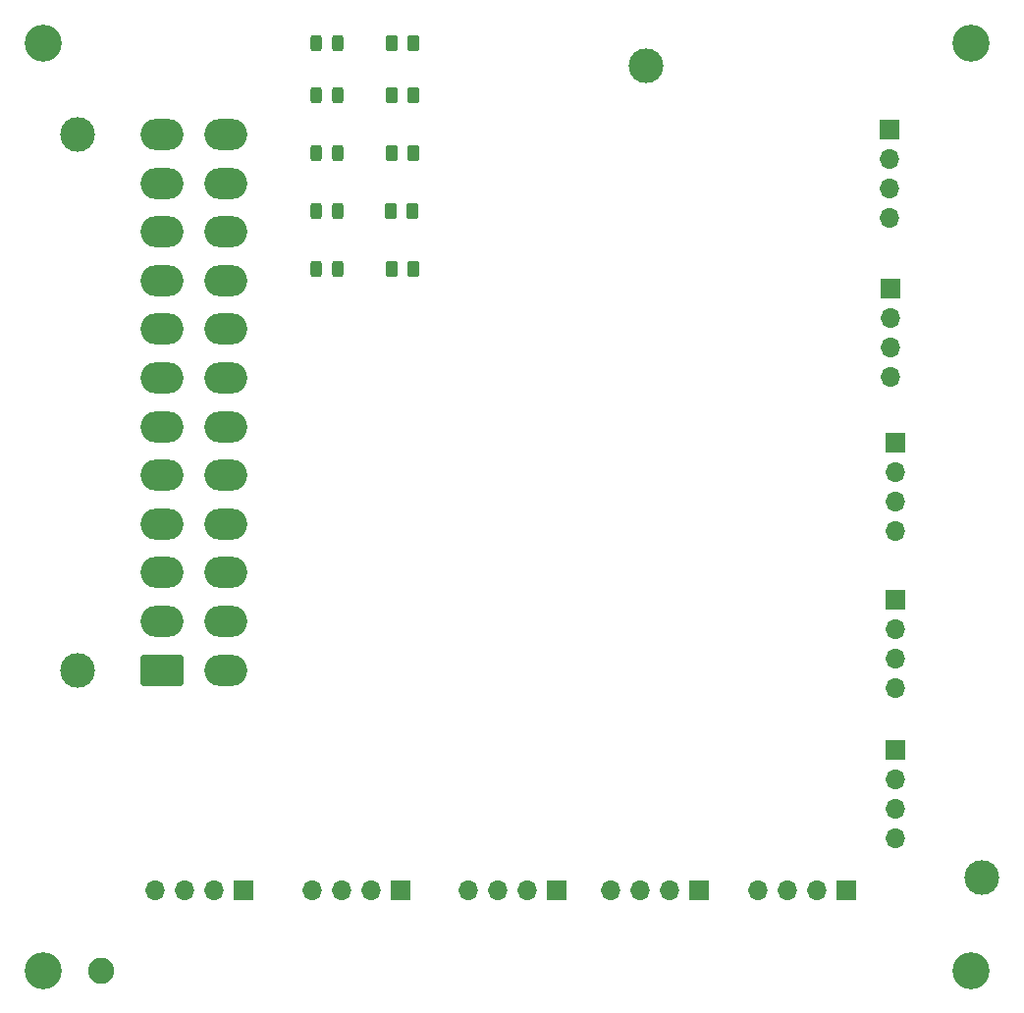
<source format=gbr>
%TF.GenerationSoftware,KiCad,Pcbnew,(6.0.7)*%
%TF.CreationDate,2022-11-08T16:58:00+08:00*%
%TF.ProjectId,main,6d61696e-2e6b-4696-9361-645f70636258,rev?*%
%TF.SameCoordinates,Original*%
%TF.FileFunction,Soldermask,Top*%
%TF.FilePolarity,Negative*%
%FSLAX46Y46*%
G04 Gerber Fmt 4.6, Leading zero omitted, Abs format (unit mm)*
G04 Created by KiCad (PCBNEW (6.0.7)) date 2022-11-08 16:58:00*
%MOMM*%
%LPD*%
G01*
G04 APERTURE LIST*
G04 Aperture macros list*
%AMRoundRect*
0 Rectangle with rounded corners*
0 $1 Rounding radius*
0 $2 $3 $4 $5 $6 $7 $8 $9 X,Y pos of 4 corners*
0 Add a 4 corners polygon primitive as box body*
4,1,4,$2,$3,$4,$5,$6,$7,$8,$9,$2,$3,0*
0 Add four circle primitives for the rounded corners*
1,1,$1+$1,$2,$3*
1,1,$1+$1,$4,$5*
1,1,$1+$1,$6,$7*
1,1,$1+$1,$8,$9*
0 Add four rect primitives between the rounded corners*
20,1,$1+$1,$2,$3,$4,$5,0*
20,1,$1+$1,$4,$5,$6,$7,0*
20,1,$1+$1,$6,$7,$8,$9,0*
20,1,$1+$1,$8,$9,$2,$3,0*%
G04 Aperture macros list end*
%ADD10R,1.700000X1.700000*%
%ADD11O,1.700000X1.700000*%
%ADD12C,3.200000*%
%ADD13C,3.000000*%
%ADD14RoundRect,0.243750X-0.243750X-0.456250X0.243750X-0.456250X0.243750X0.456250X-0.243750X0.456250X0*%
%ADD15RoundRect,0.250000X-0.262500X-0.450000X0.262500X-0.450000X0.262500X0.450000X-0.262500X0.450000X0*%
%ADD16RoundRect,0.250001X1.599999X-1.099999X1.599999X1.099999X-1.599999X1.099999X-1.599999X-1.099999X0*%
%ADD17O,3.700000X2.700000*%
%ADD18C,2.250000*%
G04 APERTURE END LIST*
D10*
%TO.C,J8*%
X103125000Y-51200000D03*
D11*
X103125000Y-53740000D03*
X103125000Y-56280000D03*
X103125000Y-58820000D03*
%TD*%
D12*
%TO.C,H4*%
X110000000Y-110000000D03*
%TD*%
D13*
%TO.C,FID1*%
X82000000Y-32000000D03*
%TD*%
D12*
%TO.C,H1*%
X30000000Y-30000000D03*
%TD*%
%TO.C,H3*%
X30000000Y-110000000D03*
%TD*%
D14*
%TO.C,D3*%
X53562500Y-39500000D03*
X55437500Y-39500000D03*
%TD*%
D10*
%TO.C,J7*%
X103000000Y-37500000D03*
D11*
X103000000Y-40040000D03*
X103000000Y-42580000D03*
X103000000Y-45120000D03*
%TD*%
D15*
%TO.C,R4*%
X60000000Y-44500000D03*
X61825000Y-44500000D03*
%TD*%
D10*
%TO.C,J5*%
X86550000Y-103125000D03*
D11*
X84010000Y-103125000D03*
X81470000Y-103125000D03*
X78930000Y-103125000D03*
%TD*%
D15*
%TO.C,R5*%
X60087500Y-49500000D03*
X61912500Y-49500000D03*
%TD*%
D10*
%TO.C,J9*%
X103500000Y-64500000D03*
D11*
X103500000Y-67040000D03*
X103500000Y-69580000D03*
X103500000Y-72120000D03*
%TD*%
D10*
%TO.C,J3*%
X74300000Y-103125000D03*
D11*
X71760000Y-103125000D03*
X69220000Y-103125000D03*
X66680000Y-103125000D03*
%TD*%
D13*
%TO.C,FID2*%
X111000000Y-102000000D03*
%TD*%
D10*
%TO.C,J2*%
X99300000Y-103125000D03*
D11*
X96760000Y-103125000D03*
X94220000Y-103125000D03*
X91680000Y-103125000D03*
%TD*%
D14*
%TO.C,D4*%
X53562500Y-44500000D03*
X55437500Y-44500000D03*
%TD*%
%TO.C,D1*%
X53562500Y-30000000D03*
X55437500Y-30000000D03*
%TD*%
D13*
%TO.C,J1*%
X32975000Y-84100000D03*
X32975000Y-37900000D03*
D16*
X40275000Y-84100000D03*
D17*
X40275000Y-79900000D03*
X40275000Y-75700000D03*
X40275000Y-71500000D03*
X40275000Y-67300000D03*
X40275000Y-63100000D03*
X40275000Y-58900000D03*
X40275000Y-54700000D03*
X40275000Y-50500000D03*
X40275000Y-46300000D03*
X40275000Y-42100000D03*
X40275000Y-37900000D03*
X45775000Y-84100000D03*
X45775000Y-79900000D03*
X45775000Y-75700000D03*
X45775000Y-71500000D03*
X45775000Y-67300000D03*
X45775000Y-63100000D03*
X45775000Y-58900000D03*
X45775000Y-54700000D03*
X45775000Y-50500000D03*
X45775000Y-46300000D03*
X45775000Y-42100000D03*
X45775000Y-37900000D03*
%TD*%
D14*
%TO.C,D5*%
X53562500Y-49500000D03*
X55437500Y-49500000D03*
%TD*%
D10*
%TO.C,J10*%
X103500000Y-78000000D03*
D11*
X103500000Y-80540000D03*
X103500000Y-83080000D03*
X103500000Y-85620000D03*
%TD*%
D10*
%TO.C,J4*%
X60800000Y-103125000D03*
D11*
X58260000Y-103125000D03*
X55720000Y-103125000D03*
X53180000Y-103125000D03*
%TD*%
D15*
%TO.C,R2*%
X60087500Y-34500000D03*
X61912500Y-34500000D03*
%TD*%
D14*
%TO.C,D2*%
X53562500Y-34500000D03*
X55437500Y-34500000D03*
%TD*%
D10*
%TO.C,J11*%
X103500000Y-91000000D03*
D11*
X103500000Y-93540000D03*
X103500000Y-96080000D03*
X103500000Y-98620000D03*
%TD*%
D12*
%TO.C,H2*%
X110000000Y-30000000D03*
%TD*%
D10*
%TO.C,J6*%
X47300000Y-103125000D03*
D11*
X44760000Y-103125000D03*
X42220000Y-103125000D03*
X39680000Y-103125000D03*
%TD*%
D15*
%TO.C,R3*%
X60087500Y-39500000D03*
X61912500Y-39500000D03*
%TD*%
%TO.C,R1*%
X60087500Y-30000000D03*
X61912500Y-30000000D03*
%TD*%
D18*
%TO.C,FID3*%
X35000000Y-110000000D03*
%TD*%
M02*

</source>
